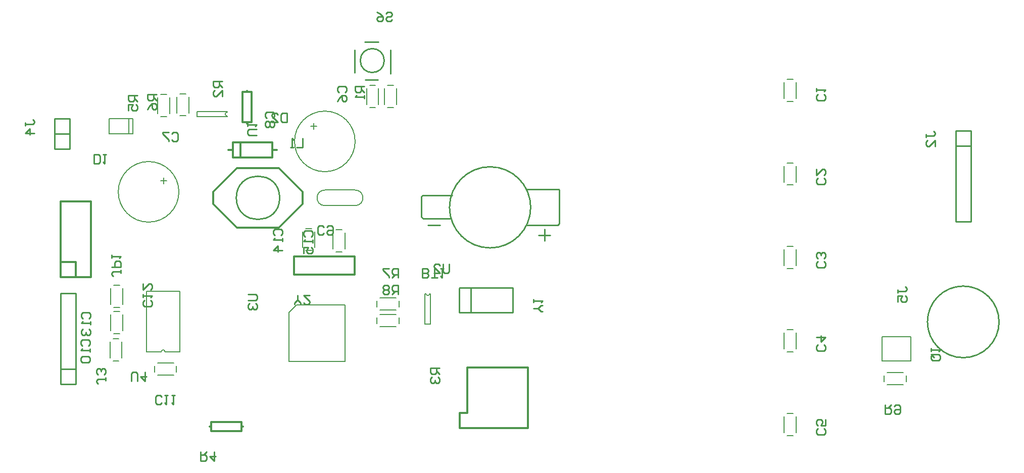
<source format=gbo>
%FSLAX43Y43*%
%MOMM*%
G71*
G01*
G75*
G04 Layer_Color=32896*
%ADD10C,0.348*%
%ADD11C,0.599*%
%ADD12C,0.350*%
%ADD13C,0.600*%
%ADD14C,2.000*%
%ADD15C,2.500*%
%ADD16C,1.800*%
%ADD17R,1.800X1.800*%
%ADD18C,3.000*%
%ADD19R,1.700X1.700*%
%ADD20C,1.700*%
%ADD21C,1.600*%
%ADD22R,1.900X1.900*%
%ADD23C,1.900*%
%ADD24R,1.700X1.700*%
%ADD25R,1.800X1.800*%
%ADD26R,2.000X2.000*%
%ADD27C,1.500*%
%ADD28C,1.400*%
%ADD29C,1.575*%
%ADD30C,1.100*%
%ADD31C,1.100*%
%ADD32R,1.600X1.300*%
%ADD33R,1.300X1.600*%
%ADD34R,1.600X1.200*%
%ADD35O,0.750X2.500*%
%ADD36R,0.750X2.500*%
%ADD37O,2.500X0.750*%
%ADD38R,2.500X0.750*%
%ADD39R,0.500X1.500*%
%ADD40R,1.500X0.500*%
%ADD41O,0.500X1.500*%
%ADD42O,2.000X0.750*%
%ADD43R,2.000X0.750*%
%ADD44C,0.381*%
%ADD45C,0.500*%
%ADD46C,0.254*%
%ADD47C,0.127*%
%ADD48C,0.420*%
%ADD49C,2.203*%
%ADD50C,2.703*%
%ADD51C,2.003*%
%ADD52R,2.003X2.003*%
%ADD53C,3.203*%
%ADD54R,1.903X1.903*%
%ADD55C,1.903*%
%ADD56C,1.803*%
%ADD57R,2.103X2.103*%
%ADD58C,2.103*%
%ADD59R,1.903X1.903*%
%ADD60R,2.003X2.003*%
%ADD61R,2.203X2.203*%
%ADD62C,1.703*%
%ADD63C,1.603*%
%ADD64C,1.778*%
%ADD65R,1.803X1.503*%
%ADD66R,1.503X1.803*%
%ADD67R,1.803X1.403*%
%ADD68O,0.953X2.703*%
%ADD69R,0.953X2.703*%
%ADD70O,2.703X0.953*%
%ADD71R,2.703X0.953*%
%ADD72R,0.703X1.703*%
%ADD73R,1.703X0.703*%
%ADD74O,0.703X1.703*%
%ADD75O,2.203X0.953*%
%ADD76R,2.203X0.953*%
%ADD77C,0.200*%
%ADD78C,0.305*%
%ADD79C,0.380*%
D46*
X67501Y38400D02*
G03*
X67501Y38400I-6801J0D01*
G01*
X146000Y19190D02*
G03*
X146000Y19190I-6000J0D01*
G01*
X25435Y40000D02*
G03*
X25435Y40000I-3635J0D01*
G01*
X42954Y63020D02*
G03*
X42954Y63020I-2000J0D01*
G01*
X50316Y35407D02*
X52306Y35407D01*
X68806Y33757D02*
X70806Y33757D01*
X69806Y32757D02*
Y34757D01*
X49400Y40400D02*
X54300D01*
X66800Y35400D02*
X72000D01*
X72300Y35700D01*
Y41300D01*
X72200Y41400D02*
X72300Y41300D01*
X66700Y41400D02*
X72200Y41400D01*
X49500Y36500D02*
X54200Y36500D01*
X49200Y36800D02*
X49500Y36500D01*
X49200Y36800D02*
Y40200D01*
X49400Y40400D01*
X141270Y36030D02*
Y51270D01*
X138730Y36030D02*
X141270Y36030D01*
X138730Y51270D02*
X138730Y36030D01*
X138730Y51270D02*
X141270D01*
X138730Y48730D02*
X141270Y48730D01*
X-11270Y8730D02*
Y23970D01*
X-8730D01*
Y8730D02*
Y23970D01*
X-11270Y8730D02*
X-8730D01*
X-11270Y11270D02*
X-8730D01*
X-12270Y50730D02*
X-9730Y50730D01*
X-12270Y53270D02*
X-9730Y53270D01*
X-12270Y48190D02*
X-12270Y53270D01*
X-12270Y48190D02*
X-9730D01*
Y53270D01*
X39740Y59820D02*
X41930D01*
X39680Y66190D02*
X41960D01*
X37970Y60990D02*
Y64820D01*
X43970Y60820D02*
Y64820D01*
X55500Y20800D02*
Y24800D01*
X55600Y24900D01*
X64500Y24900D01*
X64500Y20800D02*
X64500Y24900D01*
X55500Y20800D02*
X64500Y20800D01*
X57500D02*
X57500Y24800D01*
X49319Y26640D02*
Y28164D01*
X50081D01*
X50334Y27910D01*
Y27656D01*
X50081Y27402D01*
X49319D01*
X50081D01*
X50334Y27148D01*
Y26894D01*
X50081Y26640D01*
X49319D01*
X50842D02*
X51858D01*
X51350D01*
Y28164D01*
X52366D02*
X52874D01*
X52620D01*
Y26640D01*
X52366Y26894D01*
X116664Y57314D02*
X116918Y57060D01*
Y56552D01*
X116664Y56298D01*
X115648D01*
X115394Y56552D01*
Y57060D01*
X115648Y57314D01*
X115394Y57822D02*
Y58330D01*
Y58076D01*
X116918D01*
X116664Y57822D01*
Y43314D02*
X116918Y43060D01*
Y42552D01*
X116664Y42298D01*
X115648D01*
X115394Y42552D01*
Y43060D01*
X115648Y43314D01*
X115394Y44837D02*
Y43822D01*
X116410Y44837D01*
X116664D01*
X116918Y44583D01*
Y44076D01*
X116664Y43822D01*
Y29314D02*
X116918Y29060D01*
Y28552D01*
X116664Y28298D01*
X115648D01*
X115394Y28552D01*
Y29060D01*
X115648Y29314D01*
X116664Y29822D02*
X116918Y30076D01*
Y30583D01*
X116664Y30837D01*
X116410D01*
X116156Y30583D01*
Y30330D01*
Y30583D01*
X115902Y30837D01*
X115648D01*
X115394Y30583D01*
Y30076D01*
X115648Y29822D01*
X116664Y15314D02*
X116918Y15060D01*
Y14552D01*
X116664Y14298D01*
X115648D01*
X115394Y14552D01*
Y15060D01*
X115648Y15314D01*
X115394Y16583D02*
X116918D01*
X116156Y15822D01*
Y16837D01*
X116664Y1314D02*
X116918Y1060D01*
Y552D01*
X116664Y298D01*
X115648D01*
X115394Y552D01*
Y1060D01*
X115648Y1314D01*
X116918Y2837D02*
Y1822D01*
X116156D01*
X116410Y2330D01*
Y2583D01*
X116156Y2837D01*
X115648D01*
X115394Y2583D01*
Y2076D01*
X115648Y1822D01*
X35336Y57686D02*
X35082Y57940D01*
Y58448D01*
X35336Y58702D01*
X36352D01*
X36606Y58448D01*
Y57940D01*
X36352Y57686D01*
X35082Y56163D02*
X35336Y56670D01*
X35844Y57178D01*
X36352D01*
X36606Y56924D01*
Y56417D01*
X36352Y56163D01*
X36098D01*
X35844Y56417D01*
Y57178D01*
X7372Y50753D02*
X7626Y51007D01*
X8134D01*
X8388Y50753D01*
Y49738D01*
X8134Y49484D01*
X7626D01*
X7372Y49738D01*
X6864Y51007D02*
X5848D01*
Y50753D01*
X6864Y49738D01*
Y49484D01*
X23247Y53372D02*
X22993Y53626D01*
Y54134D01*
X23247Y54388D01*
X24262D01*
X24516Y54134D01*
Y53626D01*
X24262Y53372D01*
X23247Y52864D02*
X22993Y52610D01*
Y52102D01*
X23247Y51848D01*
X23501D01*
X23755Y52102D01*
X24009Y51848D01*
X24262D01*
X24516Y52102D01*
Y52610D01*
X24262Y52864D01*
X24009D01*
X23755Y52610D01*
X23501Y52864D01*
X23247D01*
X23755Y52610D02*
Y52102D01*
X32873Y34031D02*
X32619Y33777D01*
X32111D01*
X31857Y34031D01*
Y35047D01*
X32111Y35301D01*
X32619D01*
X32873Y35047D01*
X33381D02*
X33634Y35301D01*
X34142D01*
X34396Y35047D01*
Y34031D01*
X34142Y33777D01*
X33634D01*
X33381Y34031D01*
Y34285D01*
X33634Y34539D01*
X34396D01*
X-7664Y15186D02*
X-7918Y15440D01*
Y15948D01*
X-7664Y16202D01*
X-6648D01*
X-6394Y15948D01*
Y15440D01*
X-6648Y15186D01*
X-6394Y14678D02*
Y14170D01*
Y14424D01*
X-7918D01*
X-7664Y14678D01*
Y13409D02*
X-7918Y13155D01*
Y12647D01*
X-7664Y12393D01*
X-6648D01*
X-6394Y12647D01*
Y13155D01*
X-6648Y13409D01*
X-7664D01*
X5614Y5636D02*
X5360Y5382D01*
X4852D01*
X4598Y5636D01*
Y6652D01*
X4852Y6906D01*
X5360D01*
X5614Y6652D01*
X6122Y6906D02*
X6630D01*
X6376D01*
Y5382D01*
X6122Y5636D01*
X7391Y6906D02*
X7899D01*
X7645D01*
Y5382D01*
X7391Y5636D01*
X3764Y22814D02*
X4018Y22560D01*
Y22052D01*
X3764Y21798D01*
X2748D01*
X2494Y22052D01*
Y22560D01*
X2748Y22814D01*
X2494Y23322D02*
Y23830D01*
Y23576D01*
X4018D01*
X3764Y23322D01*
X2494Y25607D02*
Y24591D01*
X3510Y25607D01*
X3764D01*
X4018Y25353D01*
Y24845D01*
X3764Y24591D01*
X-7564Y19786D02*
X-7818Y20040D01*
Y20548D01*
X-7564Y20802D01*
X-6548D01*
X-6294Y20548D01*
Y20040D01*
X-6548Y19786D01*
X-6294Y19278D02*
Y18770D01*
Y19024D01*
X-7818D01*
X-7564Y19278D01*
Y18009D02*
X-7818Y17755D01*
Y17247D01*
X-7564Y16993D01*
X-7310D01*
X-7056Y17247D01*
Y17501D01*
Y17247D01*
X-6802Y16993D01*
X-6548D01*
X-6294Y17247D01*
Y17755D01*
X-6548Y18009D01*
X24636Y33686D02*
X24382Y33940D01*
Y34448D01*
X24636Y34702D01*
X25652D01*
X25906Y34448D01*
Y33940D01*
X25652Y33686D01*
X25906Y33178D02*
Y32670D01*
Y32924D01*
X24382D01*
X24636Y33178D01*
X25906Y31147D02*
X24382D01*
X25144Y31909D01*
Y30893D01*
X29736Y33486D02*
X29482Y33740D01*
Y34248D01*
X29736Y34502D01*
X30752D01*
X31006Y34248D01*
Y33740D01*
X30752Y33486D01*
X31006Y32978D02*
Y32470D01*
Y32724D01*
X29482D01*
X29736Y32978D01*
X29482Y30693D02*
Y31709D01*
X30244D01*
X29990Y31201D01*
Y30947D01*
X30244Y30693D01*
X30752D01*
X31006Y30947D01*
Y31455D01*
X30752Y31709D01*
X-5686Y45777D02*
Y47301D01*
X-4924D01*
X-4670Y47047D01*
Y46031D01*
X-4924Y45777D01*
X-5686D01*
X-4162Y47301D02*
X-3654D01*
X-3908D01*
Y45777D01*
X-4162Y46031D01*
X26635Y54248D02*
Y52724D01*
X25873D01*
X25619Y52978D01*
Y53994D01*
X25873Y54248D01*
X26635D01*
X24096Y52724D02*
X25111D01*
X24096Y53740D01*
Y53994D01*
X24350Y54248D01*
X24858D01*
X25111Y53994D01*
X133777Y50127D02*
Y50635D01*
Y50381D01*
X135047D01*
X135301Y50635D01*
Y50889D01*
X135047Y51143D01*
X135301Y48604D02*
Y49619D01*
X134285Y48604D01*
X134031D01*
X133777Y48858D01*
Y49366D01*
X134031Y49619D01*
X-3777Y9873D02*
Y9365D01*
Y9619D01*
X-5047D01*
X-5301Y9365D01*
Y9111D01*
X-5047Y8857D01*
X-4031Y10381D02*
X-3777Y10634D01*
Y11142D01*
X-4031Y11396D01*
X-4285D01*
X-4539Y11142D01*
Y10888D01*
Y11142D01*
X-4793Y11396D01*
X-5047D01*
X-5301Y11142D01*
Y10634D01*
X-5047Y10381D01*
X-17223Y52127D02*
Y52635D01*
Y52381D01*
X-15953D01*
X-15699Y52635D01*
Y52889D01*
X-15953Y53143D01*
X-15699Y50858D02*
X-17223D01*
X-16461Y51619D01*
Y50604D01*
X129053Y24042D02*
Y24550D01*
Y24296D01*
X130323D01*
X130577Y24550D01*
Y24803D01*
X130323Y25057D01*
X129053Y22518D02*
Y23534D01*
X129815D01*
X129561Y23026D01*
Y22772D01*
X129815Y22518D01*
X130323D01*
X130577Y22772D01*
Y23280D01*
X130323Y23534D01*
X-1212Y27847D02*
Y27339D01*
Y27593D01*
X-2482D01*
X-2736Y27339D01*
Y27086D01*
X-2482Y26832D01*
X-2736Y28355D02*
X-1212D01*
Y29117D01*
X-1466Y29371D01*
X-1974D01*
X-2228Y29117D01*
Y28355D01*
X-2736Y29879D02*
Y30386D01*
Y30133D01*
X-1212D01*
X-1466Y29879D01*
X29291Y50007D02*
Y48484D01*
X28275D01*
X27767D02*
X27259D01*
X27513D01*
Y50007D01*
X27767Y49753D01*
X134866Y13779D02*
X135882D01*
X136136Y13525D01*
Y13017D01*
X135882Y12763D01*
X134866D01*
X134612Y13017D01*
Y13525D01*
X135120Y13271D02*
X134612Y13779D01*
Y13525D02*
X134866Y13779D01*
X134612Y14287D02*
Y14795D01*
Y14541D01*
X136136D01*
X135882Y14287D01*
X39606Y58702D02*
X38082D01*
Y57940D01*
X38336Y57686D01*
X38844D01*
X39098Y57940D01*
Y58702D01*
Y58194D02*
X39606Y57686D01*
Y57178D02*
Y56670D01*
Y56924D01*
X38082D01*
X38336Y57178D01*
X15784Y59508D02*
X14260D01*
Y58746D01*
X14514Y58492D01*
X15022D01*
X15276Y58746D01*
Y59508D01*
Y59000D02*
X15784Y58492D01*
Y56969D02*
Y57985D01*
X14768Y56969D01*
X14514D01*
X14260Y57223D01*
Y57731D01*
X14514Y57985D01*
X52196Y11438D02*
X50672D01*
Y10677D01*
X50926Y10423D01*
X51434D01*
X51688Y10677D01*
Y11438D01*
Y10931D02*
X52196Y10423D01*
X50926Y9915D02*
X50672Y9661D01*
Y9153D01*
X50926Y8899D01*
X51180D01*
X51434Y9153D01*
Y9407D01*
Y9153D01*
X51688Y8899D01*
X51942D01*
X52196Y9153D01*
Y9661D01*
X51942Y9915D01*
X12192Y-2616D02*
Y-4140D01*
X12954D01*
X13208Y-3886D01*
Y-3378D01*
X12954Y-3124D01*
X12192D01*
X12700D02*
X13208Y-2616D01*
X14477D02*
Y-4140D01*
X13716Y-3378D01*
X14731D01*
X1606Y57202D02*
X82D01*
Y56440D01*
X336Y56186D01*
X844D01*
X1098Y56440D01*
Y57202D01*
Y56694D02*
X1606Y56186D01*
X82Y54663D02*
Y55678D01*
X844D01*
X590Y55170D01*
Y54917D01*
X844Y54663D01*
X1352D01*
X1606Y54917D01*
Y55424D01*
X1352Y55678D01*
X4806Y57302D02*
X3282D01*
Y56540D01*
X3536Y56286D01*
X4044D01*
X4298Y56540D01*
Y57302D01*
Y56794D02*
X4806Y56286D01*
X3282Y54763D02*
X3536Y55270D01*
X4044Y55778D01*
X4552D01*
X4806Y55524D01*
Y55017D01*
X4552Y54763D01*
X4298D01*
X4044Y55017D01*
Y55778D01*
X45302Y26594D02*
Y28118D01*
X44540D01*
X44286Y27864D01*
Y27356D01*
X44540Y27102D01*
X45302D01*
X44794D02*
X44286Y26594D01*
X43778Y28118D02*
X42763D01*
Y27864D01*
X43778Y26848D01*
Y26594D01*
X45302Y23794D02*
Y25318D01*
X44540D01*
X44286Y25064D01*
Y24556D01*
X44540Y24302D01*
X45302D01*
X44794D02*
X44286Y23794D01*
X43778Y25064D02*
X43524Y25318D01*
X43017D01*
X42763Y25064D01*
Y24810D01*
X43017Y24556D01*
X42763Y24302D01*
Y24048D01*
X43017Y23794D01*
X43524D01*
X43778Y24048D01*
Y24302D01*
X43524Y24556D01*
X43778Y24810D01*
Y25064D01*
X43524Y24556D02*
X43017D01*
X126898Y5306D02*
Y3782D01*
X127660D01*
X127914Y4036D01*
Y4544D01*
X127660Y4798D01*
X126898D01*
X127406D02*
X127914Y5306D01*
X128422Y5052D02*
X128676Y5306D01*
X129183D01*
X129437Y5052D01*
Y4036D01*
X129183Y3782D01*
X128676D01*
X128422Y4036D01*
Y4290D01*
X128676Y4544D01*
X129437D01*
X43261Y70899D02*
X43515Y71153D01*
X44023D01*
X44277Y70899D01*
Y70645D01*
X44023Y70391D01*
X43515D01*
X43261Y70137D01*
Y69883D01*
X43515Y69629D01*
X44023D01*
X44277Y69883D01*
X41737Y71153D02*
X42245Y70899D01*
X42753Y70391D01*
Y69883D01*
X42499Y69629D01*
X41991D01*
X41737Y69883D01*
Y70137D01*
X41991Y70391D01*
X42753D01*
X21562Y50509D02*
X20293D01*
X20039Y50763D01*
Y51271D01*
X20293Y51525D01*
X21562D01*
X20039Y52033D02*
Y52541D01*
Y52287D01*
X21562D01*
X21308Y52033D01*
X53791Y28862D02*
Y27593D01*
X53537Y27339D01*
X53029D01*
X52775Y27593D01*
Y28862D01*
X51251Y27339D02*
X52267D01*
X51251Y28354D01*
Y28608D01*
X51505Y28862D01*
X52013D01*
X52267Y28608D01*
X20131Y23808D02*
X21401D01*
X21655Y23554D01*
Y23046D01*
X21401Y22792D01*
X20131D01*
X20385Y22285D02*
X20131Y22031D01*
Y21523D01*
X20385Y21269D01*
X20639D01*
X20893Y21523D01*
Y21777D01*
Y21523D01*
X21147Y21269D01*
X21401D01*
X21655Y21523D01*
Y22031D01*
X21401Y22285D01*
X563Y9238D02*
Y10507D01*
X817Y10761D01*
X1325D01*
X1579Y10507D01*
Y9238D01*
X2849Y10761D02*
Y9238D01*
X2087Y10000D01*
X3103D01*
X69454Y20936D02*
X69200D01*
X68692Y21444D01*
X69200Y21952D01*
X69454D01*
X68692Y21444D02*
X67930D01*
Y22460D02*
Y22968D01*
Y22714D01*
X69454D01*
X69200Y22460D01*
X27962Y22098D02*
Y22352D01*
X28469Y22860D01*
X28977Y22352D01*
Y22098D01*
X28469Y22860D02*
Y23622D01*
X30501D02*
X29485D01*
X30501Y22606D01*
Y22352D01*
X30247Y22098D01*
X29739D01*
X29485Y22352D01*
D77*
X8540Y41000D02*
G03*
X8540Y41000I-5080J0D01*
G01*
X38080Y38700D02*
G03*
X38080Y41300I0J1300D01*
G01*
X33000D02*
G03*
X33000Y38700I0J-1300D01*
G01*
X16635Y54358D02*
G03*
X16635Y53723I0J-317D01*
G01*
X49943Y23935D02*
G03*
X50577Y23935I317J0D01*
G01*
X6218Y14165D02*
G03*
X5582Y14165I-317J0D01*
G01*
X38080Y49460D02*
G03*
X38080Y49460I-5080J0D01*
G01*
X110500Y56150D02*
X111000D01*
X110000Y56650D02*
Y59350D01*
X110500Y59850D02*
X111500D01*
X112000Y56650D02*
Y59350D01*
X111000Y56150D02*
X111500D01*
X110500Y42150D02*
X111000D01*
X110000Y42650D02*
X110000Y45350D01*
X110500Y45850D02*
X111500D01*
X112000Y42650D02*
Y45350D01*
X111000Y42150D02*
X111500D01*
X110500Y28150D02*
X111000D01*
X110000Y31350D02*
X110000Y28650D01*
X110500Y31850D02*
X111500D01*
X112000Y28650D02*
Y31350D01*
X111000Y28150D02*
X111500D01*
X110500Y14150D02*
X111000D01*
X110000Y14650D02*
Y17350D01*
X110500Y17850D02*
X111500D01*
X112000Y17350D02*
X112000Y14650D01*
X111000Y14150D02*
X111500D01*
X110500Y150D02*
X111000D01*
X110000Y650D02*
Y3350D01*
X110500Y3850D02*
X111500D01*
X112000Y3350D02*
X112000Y650D01*
X111000Y150D02*
X111500D01*
X41000Y58850D02*
X41500D01*
X42000Y55650D02*
Y58350D01*
X40500Y55150D02*
X41500D01*
X40000Y58350D02*
X40000Y55650D01*
X40500Y58850D02*
X41000D01*
X5492Y42900D02*
X6508D01*
X6000Y42392D02*
Y43408D01*
X33000Y41300D02*
X38080Y41300D01*
X33000Y38700D02*
X38080D01*
X-2000Y16350D02*
X-1500D01*
X-1000Y13150D02*
X-1000Y15850D01*
X-2500Y12650D02*
X-1500D01*
X-3000Y13150D02*
Y15850D01*
X-2500Y16350D02*
X-2000D01*
X4450Y11300D02*
Y11800D01*
X4950Y12300D02*
X7650Y12300D01*
X8150Y10800D02*
X8150Y11800D01*
X4950Y10300D02*
X7650D01*
X4450Y10800D02*
Y11300D01*
X-2400Y21650D02*
X-1900Y21650D01*
X-2900Y24850D02*
X-2900Y22150D01*
X-2400Y25350D02*
X-1400D01*
X-900Y22150D02*
Y24850D01*
X-1900Y21650D02*
X-1400D01*
X-1900Y20950D02*
X-1400D01*
X-900Y17750D02*
X-900Y20450D01*
X-2400Y17250D02*
X-1400D01*
X-2900Y17750D02*
Y20450D01*
X-2400Y20950D02*
X-1900Y20950D01*
X30300Y34850D02*
X30800D01*
X31300Y31650D02*
X31300Y34350D01*
X29800Y31150D02*
X30800D01*
X29300Y31650D02*
Y34350D01*
X29800Y34850D02*
X30300D01*
X35400Y34650D02*
X35900D01*
X36400Y34150D02*
X36400Y31450D01*
X34900Y30950D02*
X35900D01*
X34400Y31450D02*
X34400Y34150D01*
X34900Y34650D02*
X35400D01*
X825Y52000D02*
X830Y50700D01*
X-3185D02*
X830D01*
X-3185D02*
Y53300D01*
X825D01*
Y52000D02*
Y53300D01*
X168Y50700D02*
Y53300D01*
X126400Y16700D02*
X131200D01*
Y12600D02*
Y16700D01*
X126400Y12600D02*
Y16700D01*
Y12600D02*
X131200D01*
X44000Y58850D02*
X44500D01*
X45000Y55650D02*
Y58350D01*
X43500Y55150D02*
X44500D01*
X43000Y58350D02*
X43000Y55650D01*
X43500Y58850D02*
X44000D01*
X6000Y57350D02*
X6500D01*
X7000Y56850D02*
X7000Y54150D01*
X5500Y53650D02*
X6500D01*
X5000Y54150D02*
Y56850D01*
X5500Y57350D02*
X6000D01*
X9200Y57450D02*
X9700D01*
X10200Y56950D02*
X10200Y54250D01*
X8700Y53750D02*
X9700D01*
X8200Y56950D02*
X8200Y54250D01*
X8700Y57450D02*
X9200D01*
X45450Y21700D02*
Y22200D01*
X42250Y21200D02*
X44950D01*
X41750Y21700D02*
Y22700D01*
X42250Y23200D02*
X44950D01*
X45450Y22200D02*
Y22700D01*
Y18900D02*
Y19400D01*
X42250Y18400D02*
X44950D01*
X41750Y18900D02*
Y19900D01*
X42250Y20400D02*
X44950D01*
X45450Y19400D02*
Y19900D01*
X126750Y9700D02*
Y10200D01*
X127250Y10700D02*
X129950D01*
X130450Y9200D02*
Y10200D01*
X127250Y8700D02*
X129950D01*
X126750Y9200D02*
Y9700D01*
X11555Y53585D02*
X16635D01*
X11555Y54495D02*
X11555Y53585D01*
X11555Y54495D02*
X16635D01*
X16635Y54358D02*
X16635Y54495D01*
Y53585D02*
X16635Y53722D01*
X50715Y18855D02*
Y23935D01*
X49805Y18855D02*
X50715D01*
X49805D02*
Y23935D01*
X49943D01*
X50577D02*
X50715D01*
X28270Y22015D02*
X36415D01*
Y12585D02*
Y22015D01*
X26985Y12585D02*
X36415Y12585D01*
X26985Y12585D02*
Y20730D01*
X28270Y22015D01*
X3135Y14165D02*
X5582Y14165D01*
X6218Y14165D02*
X8665Y14165D01*
X8665Y24325D01*
X3135D02*
X8665D01*
X3135D02*
X3135Y14165D01*
X31100Y51492D02*
Y52508D01*
X30592Y52000D02*
X31608D01*
D78*
X56920Y11540D02*
X67080D01*
X56920Y3920D02*
Y11540D01*
X55650Y3920D02*
X56920Y3920D01*
X55650Y1380D02*
Y3920D01*
Y1380D02*
X67080D01*
Y11540D01*
X24222Y46730D02*
Y49270D01*
X17618Y46730D02*
X24222D01*
X17618D02*
Y49270D01*
X24222Y49270D01*
X18888Y46730D02*
Y49270D01*
X24222Y48000D02*
X24984D01*
X16856D02*
X17618D01*
X-11270Y29270D02*
X-8730Y29270D01*
X-8730Y26730D01*
X-6190Y26730D02*
Y39430D01*
X-11270Y39430D02*
X-6190Y39430D01*
X-11270Y39430D02*
X-11270Y26730D01*
X-6190D01*
X19238Y52650D02*
X20000Y52650D01*
X19238Y57730D02*
X19238Y52650D01*
X19238Y57730D02*
X20762Y57730D01*
X20762Y52650D01*
X20000Y52650D02*
X20762Y52650D01*
X20000Y57730D02*
Y57959D01*
X20000Y52421D02*
Y52650D01*
X19050Y1600D02*
X19050Y838D01*
X13970D02*
X19050D01*
X13970D02*
X13970Y2362D01*
X19050D01*
Y1600D02*
Y2362D01*
X13741Y1600D02*
X13970D01*
X19050Y1600D02*
X19279Y1600D01*
X27860Y27076D02*
Y30124D01*
X38020D01*
Y27076D02*
Y30124D01*
X27860Y27076D02*
X38020D01*
D79*
X29300Y40000D02*
Y41000D01*
X25300Y45000D02*
X29300Y41000D01*
X18300Y45000D02*
X25300D01*
X14300Y41000D02*
X18300Y45000D01*
X14300Y39000D02*
Y41000D01*
Y39000D02*
X18300Y35000D01*
X25300D01*
X29300Y39000D01*
Y40000D01*
M02*

</source>
